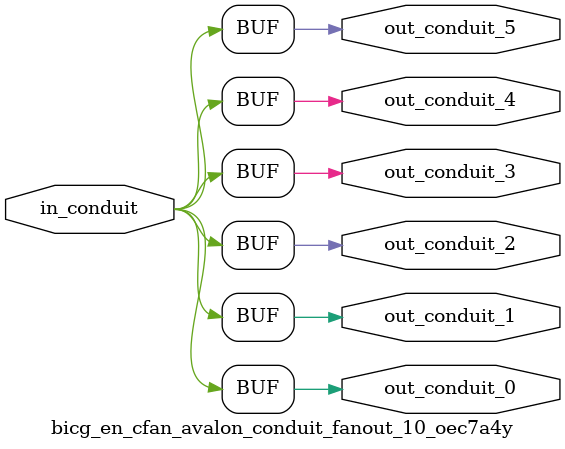
<source format=sv>


 


// --------------------------------------------------------------------------------
//| Avalon Conduit Fan-Out
// --------------------------------------------------------------------------------

// ------------------------------------------
// Generation parameters:
//   output_name:       bicg_en_cfan_avalon_conduit_fanout_10_oec7a4y
//   numFanOut:         6
//   
// ------------------------------------------

module bicg_en_cfan_avalon_conduit_fanout_10_oec7a4y (     

// Interface: out_conduit_0
 output                    out_conduit_0,
// Interface: out_conduit_1
 output                    out_conduit_1,
// Interface: out_conduit_2
 output                    out_conduit_2,
// Interface: out_conduit_3
 output                    out_conduit_3,
// Interface: out_conduit_4
 output                    out_conduit_4,
// Interface: out_conduit_5
 output                    out_conduit_5,

// Interface: in_conduit
 input                   in_conduit

);

   assign  out_conduit_0 = in_conduit;
   assign  out_conduit_1 = in_conduit;
   assign  out_conduit_2 = in_conduit;
   assign  out_conduit_3 = in_conduit;
   assign  out_conduit_4 = in_conduit;
   assign  out_conduit_5 = in_conduit;

endmodule //


</source>
